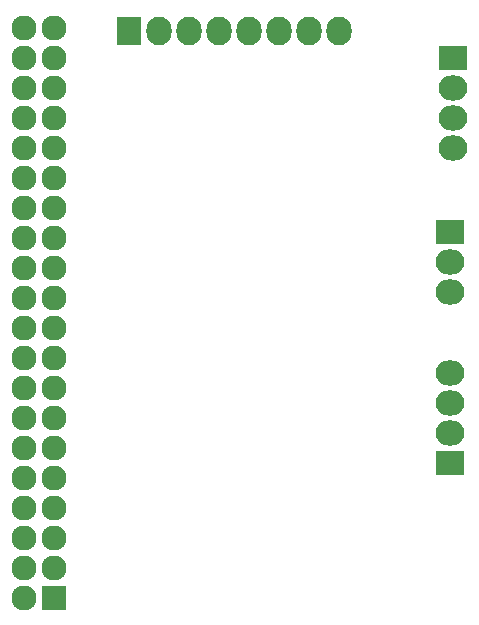
<source format=gbr>
G04 #@! TF.FileFunction,Soldermask,Bot*
%FSLAX46Y46*%
G04 Gerber Fmt 4.6, Leading zero omitted, Abs format (unit mm)*
G04 Created by KiCad (PCBNEW 4.0.2-2.fc24-product) date Thu 11 Aug 2016 11:34:58 NZST*
%MOMM*%
G01*
G04 APERTURE LIST*
%ADD10C,0.100000*%
%ADD11R,2.432000X2.127200*%
%ADD12O,2.432000X2.127200*%
%ADD13R,2.127200X2.127200*%
%ADD14O,2.127200X2.127200*%
%ADD15R,2.127200X2.432000*%
%ADD16O,2.127200X2.432000*%
G04 APERTURE END LIST*
D10*
D11*
X133096000Y-97028000D03*
D12*
X133096000Y-99568000D03*
X133096000Y-102108000D03*
D11*
X133096000Y-116586000D03*
D12*
X133096000Y-114046000D03*
X133096000Y-111506000D03*
X133096000Y-108966000D03*
D11*
X133350000Y-82296000D03*
D12*
X133350000Y-84836000D03*
X133350000Y-87376000D03*
X133350000Y-89916000D03*
D13*
X99568000Y-128016000D03*
D14*
X97028000Y-128016000D03*
X99568000Y-125476000D03*
X97028000Y-125476000D03*
X99568000Y-122936000D03*
X97028000Y-122936000D03*
X99568000Y-120396000D03*
X97028000Y-120396000D03*
X99568000Y-117856000D03*
X97028000Y-117856000D03*
X99568000Y-115316000D03*
X97028000Y-115316000D03*
X99568000Y-112776000D03*
X97028000Y-112776000D03*
X99568000Y-110236000D03*
X97028000Y-110236000D03*
X99568000Y-107696000D03*
X97028000Y-107696000D03*
X99568000Y-105156000D03*
X97028000Y-105156000D03*
X99568000Y-102616000D03*
X97028000Y-102616000D03*
X99568000Y-100076000D03*
X97028000Y-100076000D03*
X99568000Y-97536000D03*
X97028000Y-97536000D03*
X99568000Y-94996000D03*
X97028000Y-94996000D03*
X99568000Y-92456000D03*
X97028000Y-92456000D03*
X99568000Y-89916000D03*
X97028000Y-89916000D03*
X99568000Y-87376000D03*
X97028000Y-87376000D03*
X99568000Y-84836000D03*
X97028000Y-84836000D03*
X99568000Y-82296000D03*
X97028000Y-82296000D03*
X99568000Y-79756000D03*
X97028000Y-79756000D03*
D15*
X105918000Y-80010000D03*
D16*
X108458000Y-80010000D03*
X110998000Y-80010000D03*
X113538000Y-80010000D03*
X116078000Y-80010000D03*
X118618000Y-80010000D03*
X121158000Y-80010000D03*
X123698000Y-80010000D03*
M02*

</source>
